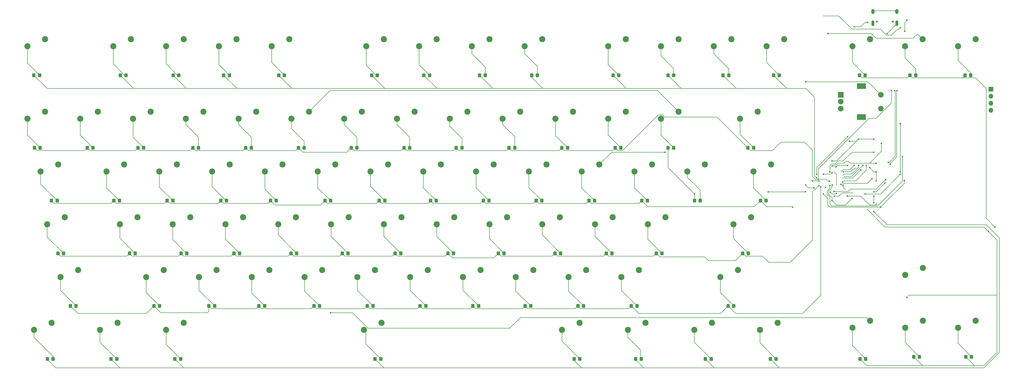
<source format=gbr>
%TF.GenerationSoftware,KiCad,Pcbnew,9.0.5*%
%TF.CreationDate,2026-01-06T21:45:25+05:30*%
%TF.ProjectId,Rheneium,5268656e-6569-4756-9d2e-6b696361645f,rev?*%
%TF.SameCoordinates,Original*%
%TF.FileFunction,Copper,L2,Bot*%
%TF.FilePolarity,Positive*%
%FSLAX46Y46*%
G04 Gerber Fmt 4.6, Leading zero omitted, Abs format (unit mm)*
G04 Created by KiCad (PCBNEW 9.0.5) date 2026-01-06 21:45:25*
%MOMM*%
%LPD*%
G01*
G04 APERTURE LIST*
G04 Aperture macros list*
%AMRoundRect*
0 Rectangle with rounded corners*
0 $1 Rounding radius*
0 $2 $3 $4 $5 $6 $7 $8 $9 X,Y pos of 4 corners*
0 Add a 4 corners polygon primitive as box body*
4,1,4,$2,$3,$4,$5,$6,$7,$8,$9,$2,$3,0*
0 Add four circle primitives for the rounded corners*
1,1,$1+$1,$2,$3*
1,1,$1+$1,$4,$5*
1,1,$1+$1,$6,$7*
1,1,$1+$1,$8,$9*
0 Add four rect primitives between the rounded corners*
20,1,$1+$1,$2,$3,$4,$5,0*
20,1,$1+$1,$4,$5,$6,$7,0*
20,1,$1+$1,$6,$7,$8,$9,0*
20,1,$1+$1,$8,$9,$2,$3,0*%
G04 Aperture macros list end*
%TA.AperFunction,ComponentPad*%
%ADD10C,2.200000*%
%TD*%
%TA.AperFunction,ComponentPad*%
%ADD11R,1.700000X1.700000*%
%TD*%
%TA.AperFunction,ComponentPad*%
%ADD12O,1.700000X1.700000*%
%TD*%
%TA.AperFunction,ComponentPad*%
%ADD13R,2.000000X2.000000*%
%TD*%
%TA.AperFunction,ComponentPad*%
%ADD14C,2.000000*%
%TD*%
%TA.AperFunction,ComponentPad*%
%ADD15R,3.200000X2.000000*%
%TD*%
%TA.AperFunction,ComponentPad*%
%ADD16C,0.700000*%
%TD*%
%TA.AperFunction,ComponentPad*%
%ADD17O,1.100000X2.000000*%
%TD*%
%TA.AperFunction,ComponentPad*%
%ADD18O,1.200000X1.800000*%
%TD*%
%TA.AperFunction,SMDPad,CuDef*%
%ADD19RoundRect,0.250000X-0.325000X-0.450000X0.325000X-0.450000X0.325000X0.450000X-0.325000X0.450000X0*%
%TD*%
%TA.AperFunction,ViaPad*%
%ADD20C,0.600000*%
%TD*%
%TA.AperFunction,ViaPad*%
%ADD21C,0.300000*%
%TD*%
%TA.AperFunction,Conductor*%
%ADD22C,0.200000*%
%TD*%
G04 APERTURE END LIST*
D10*
%TO.P,SW35,1,1*%
%TO.N,COL_9*%
X189865000Y-98901250D03*
%TO.P,SW35,2,2*%
%TO.N,Net-(D35-A)*%
X183515000Y-101441250D03*
%TD*%
%TO.P,SW14,1,1*%
%TO.N,COL_1*%
X27940000Y-79851250D03*
%TO.P,SW14,2,2*%
%TO.N,Net-(D14-A)*%
X21590000Y-82391250D03*
%TD*%
%TO.P,SW43,1,1*%
%TO.N,COL_4*%
X99377500Y-117951250D03*
%TO.P,SW43,2,2*%
%TO.N,Net-(D43-A)*%
X93027500Y-120491250D03*
%TD*%
%TO.P,SW60,1,1*%
%TO.N,COL_8*%
X185102500Y-137001250D03*
%TO.P,SW60,2,2*%
%TO.N,Net-(D60-A)*%
X178752500Y-139541250D03*
%TD*%
%TO.P,SW53,1,1*%
%TO.N,COL_1*%
X39846250Y-137001250D03*
%TO.P,SW53,2,2*%
%TO.N,Net-(D53-A)*%
X33496250Y-139541250D03*
%TD*%
%TO.P,SW80,1,1*%
%TO.N,COL_2*%
X54133750Y-156051250D03*
%TO.P,SW80,2,2*%
%TO.N,Net-(D80-A)*%
X47783750Y-158591250D03*
%TD*%
%TO.P,SW52,1,1*%
%TO.N,COL_13*%
X282733750Y-117951250D03*
%TO.P,SW52,2,2*%
%TO.N,Net-(D52-A)*%
X276383750Y-120491250D03*
%TD*%
%TO.P,SW68,1,1*%
%TO.N,COL_3*%
X344637500Y-53666250D03*
%TO.P,SW68,2,2*%
%TO.N,Net-(D68-A)*%
X338287500Y-56206250D03*
%TD*%
%TO.P,SW67,1,1*%
%TO.N,COL_3*%
X77946250Y-156051250D03*
%TO.P,SW67,2,2*%
%TO.N,Net-(D67-A)*%
X71596250Y-158591250D03*
%TD*%
%TO.P,SW48,1,1*%
%TO.N,COL_9*%
X194627500Y-117951250D03*
%TO.P,SW48,2,2*%
%TO.N,Net-(D48-A)*%
X188277500Y-120491250D03*
%TD*%
%TO.P,SW7,1,1*%
%TO.N,COL_7*%
X169227500Y-53657500D03*
%TO.P,SW7,2,2*%
%TO.N,Net-(D7-A)*%
X162877500Y-56197500D03*
%TD*%
%TO.P,SW63,1,1*%
%TO.N,COL_11*%
X242252500Y-137001250D03*
%TO.P,SW63,2,2*%
%TO.N,Net-(D63-A)*%
X235902500Y-139541250D03*
%TD*%
%TO.P,SW27,1,1*%
%TO.N,COL_1*%
X32702500Y-98901250D03*
%TO.P,SW27,2,2*%
%TO.N,Net-(D27-A)*%
X26352500Y-101441250D03*
%TD*%
%TO.P,SW39,1,1*%
%TO.N,COL_13*%
X289877500Y-98901250D03*
%TO.P,SW39,2,2*%
%TO.N,Net-(D39-A)*%
X283527500Y-101441250D03*
%TD*%
%TO.P,SW29,1,1*%
%TO.N,COL_3*%
X75565000Y-98901250D03*
%TO.P,SW29,2,2*%
%TO.N,Net-(D29-A)*%
X69215000Y-101441250D03*
%TD*%
%TO.P,SW56,1,1*%
%TO.N,COL_4*%
X108902500Y-137001250D03*
%TO.P,SW56,2,2*%
%TO.N,Net-(D56-A)*%
X102552500Y-139541250D03*
%TD*%
%TO.P,SW25,1,1*%
%TO.N,COL_12*%
X237490000Y-79851250D03*
%TO.P,SW25,2,2*%
%TO.N,Net-(D25-A)*%
X231140000Y-82391250D03*
%TD*%
%TO.P,SW32,1,1*%
%TO.N,COL_6*%
X132715000Y-98901250D03*
%TO.P,SW32,2,2*%
%TO.N,Net-(D32-A)*%
X126365000Y-101441250D03*
%TD*%
%TO.P,SW37,1,1*%
%TO.N,COL_11*%
X227965000Y-98901250D03*
%TO.P,SW37,2,2*%
%TO.N,Net-(D37-A)*%
X221615000Y-101441250D03*
%TD*%
%TO.P,SW12,1,1*%
%TO.N,COL_12*%
X275590000Y-53657500D03*
%TO.P,SW12,2,2*%
%TO.N,Net-(D12-A)*%
X269240000Y-56197500D03*
%TD*%
%TO.P,SW50,1,1*%
%TO.N,COL_11*%
X232727500Y-117951250D03*
%TO.P,SW50,2,2*%
%TO.N,Net-(D50-A)*%
X226377500Y-120491250D03*
%TD*%
%TO.P,SW77,1,1*%
%TO.N,COL_10*%
X244633750Y-156051250D03*
%TO.P,SW77,2,2*%
%TO.N,Net-(D77-A)*%
X238283750Y-158591250D03*
%TD*%
%TO.P,SW19,1,1*%
%TO.N,COL_6*%
X123190000Y-79851250D03*
%TO.P,SW19,2,2*%
%TO.N,Net-(D19-A)*%
X116840000Y-82391250D03*
%TD*%
%TO.P,SW30,1,1*%
%TO.N,COL_4*%
X94615000Y-98901250D03*
%TO.P,SW30,2,2*%
%TO.N,Net-(D30-A)*%
X88265000Y-101441250D03*
%TD*%
%TO.P,SW69,1,1*%
%TO.N,COL_4*%
X363696250Y-53657500D03*
%TO.P,SW69,2,2*%
%TO.N,Net-(D69-A)*%
X357346250Y-56197500D03*
%TD*%
%TO.P,SW82,1,1*%
%TO.N,COL_11*%
X268591844Y-156051250D03*
%TO.P,SW82,2,2*%
%TO.N,Net-(D82-A)*%
X262241844Y-158591250D03*
%TD*%
%TO.P,SW70,1,1*%
%TO.N,COL_5*%
X325596250Y-155257500D03*
%TO.P,SW70,2,2*%
%TO.N,Net-(D70-A)*%
X319246250Y-157797500D03*
%TD*%
%TO.P,SW20,1,1*%
%TO.N,COL_7*%
X142240000Y-79851250D03*
%TO.P,SW20,2,2*%
%TO.N,Net-(D20-A)*%
X135890000Y-82391250D03*
%TD*%
%TO.P,SW41,1,1*%
%TO.N,COL_2*%
X61277500Y-117951250D03*
%TO.P,SW41,2,2*%
%TO.N,Net-(D41-A)*%
X54927500Y-120491250D03*
%TD*%
%TO.P,SW45,1,1*%
%TO.N,COL_6*%
X137477500Y-117951250D03*
%TO.P,SW45,2,2*%
%TO.N,Net-(D45-A)*%
X131127500Y-120491250D03*
%TD*%
%TO.P,SW44,1,1*%
%TO.N,COL_5*%
X118427500Y-117951250D03*
%TO.P,SW44,2,2*%
%TO.N,Net-(D44-A)*%
X112077500Y-120491250D03*
%TD*%
%TO.P,SW2,1,1*%
%TO.N,COL_2*%
X58896250Y-53657500D03*
%TO.P,SW2,2,2*%
%TO.N,Net-(D2-A)*%
X52546250Y-56197500D03*
%TD*%
%TO.P,SW76,1,1*%
%TO.N,COL_11*%
X266065000Y-98901250D03*
%TO.P,SW76,2,2*%
%TO.N,Net-(D76-A)*%
X259715000Y-101441250D03*
%TD*%
%TO.P,SW9,1,1*%
%TO.N,COL_9*%
X207327500Y-53657500D03*
%TO.P,SW9,2,2*%
%TO.N,Net-(D9-A)*%
X200977500Y-56197500D03*
%TD*%
%TO.P,SW81,1,1*%
%TO.N,COL_6*%
X149383750Y-156051250D03*
%TO.P,SW81,2,2*%
%TO.N,Net-(D81-A)*%
X143033750Y-158591250D03*
%TD*%
%TO.P,SW1,1,1*%
%TO.N,COL_1*%
X27940000Y-53657500D03*
%TO.P,SW1,2,2*%
%TO.N,Net-(D1-A)*%
X21590000Y-56197500D03*
%TD*%
D11*
%TO.P,J1,1,Pin_1*%
%TO.N,GND*%
X369246250Y-71711250D03*
D12*
%TO.P,J1,2,Pin_2*%
%TO.N,3V3*%
X369246250Y-74251250D03*
%TO.P,J1,3,Pin_3*%
%TO.N,gp2*%
X369246250Y-76791250D03*
%TO.P,J1,4,Pin_4*%
%TO.N,gp3*%
X369246250Y-79331250D03*
%TD*%
D10*
%TO.P,SW49,1,1*%
%TO.N,COL_10*%
X213677500Y-117951250D03*
%TO.P,SW49,2,2*%
%TO.N,Net-(D49-A)*%
X207327500Y-120491250D03*
%TD*%
%TO.P,SW17,1,1*%
%TO.N,COL_4*%
X85090000Y-79851250D03*
%TO.P,SW17,2,2*%
%TO.N,Net-(D17-A)*%
X78740000Y-82391250D03*
%TD*%
%TO.P,SW57,1,1*%
%TO.N,COL_5*%
X127952500Y-137001250D03*
%TO.P,SW57,2,2*%
%TO.N,Net-(D57-A)*%
X121602500Y-139541250D03*
%TD*%
%TO.P,SW13,1,1*%
%TO.N,COL_13*%
X294640000Y-53657500D03*
%TO.P,SW13,2,2*%
%TO.N,Net-(D13-A)*%
X288290000Y-56197500D03*
%TD*%
%TO.P,SW65,1,1*%
%TO.N,COL_13*%
X277971250Y-137001250D03*
%TO.P,SW65,2,2*%
%TO.N,Net-(D65-A)*%
X271621250Y-139541250D03*
%TD*%
%TO.P,SW21,1,1*%
%TO.N,COL_8*%
X161290000Y-79851250D03*
%TO.P,SW21,2,2*%
%TO.N,Net-(D21-A)*%
X154940000Y-82391250D03*
%TD*%
%TO.P,SW24,1,1*%
%TO.N,COL_11*%
X218440000Y-79851250D03*
%TO.P,SW24,2,2*%
%TO.N,Net-(D24-A)*%
X212090000Y-82391250D03*
%TD*%
%TO.P,SW5,1,1*%
%TO.N,COL_5*%
X116046250Y-53657500D03*
%TO.P,SW5,2,2*%
%TO.N,Net-(D5-A)*%
X109696250Y-56197500D03*
%TD*%
%TO.P,SW55,1,1*%
%TO.N,COL_3*%
X89852500Y-137001250D03*
%TO.P,SW55,2,2*%
%TO.N,Net-(D55-A)*%
X83502500Y-139541250D03*
%TD*%
%TO.P,SW75,1,1*%
%TO.N,COL_10*%
X344646250Y-155257500D03*
%TO.P,SW75,2,2*%
%TO.N,Net-(D75-A)*%
X338296250Y-157797500D03*
%TD*%
%TO.P,SW46,1,1*%
%TO.N,COL_7*%
X156527500Y-117951250D03*
%TO.P,SW46,2,2*%
%TO.N,Net-(D46-A)*%
X150177500Y-120491250D03*
%TD*%
%TO.P,SW51,1,1*%
%TO.N,COL_12*%
X251777500Y-117951250D03*
%TO.P,SW51,2,2*%
%TO.N,Net-(D51-A)*%
X245427500Y-120491250D03*
%TD*%
%TO.P,SW18,1,1*%
%TO.N,COL_5*%
X104140000Y-79851250D03*
%TO.P,SW18,2,2*%
%TO.N,Net-(D18-A)*%
X97790000Y-82391250D03*
%TD*%
%TO.P,SW64,1,1*%
%TO.N,COL_9*%
X220821250Y-156051250D03*
%TO.P,SW64,2,2*%
%TO.N,Net-(D64-A)*%
X214471250Y-158591250D03*
%TD*%
%TO.P,SW42,1,1*%
%TO.N,COL_3*%
X80327500Y-117951250D03*
%TO.P,SW42,2,2*%
%TO.N,Net-(D42-A)*%
X73977500Y-120491250D03*
%TD*%
%TO.P,SW40,1,1*%
%TO.N,COL_1*%
X35083750Y-117951250D03*
%TO.P,SW40,2,2*%
%TO.N,Net-(D40-A)*%
X28733750Y-120491250D03*
%TD*%
%TO.P,SW58,1,1*%
%TO.N,COL_6*%
X147002500Y-137001250D03*
%TO.P,SW58,2,2*%
%TO.N,Net-(D58-A)*%
X140652500Y-139541250D03*
%TD*%
D13*
%TO.P,SW84,A,A*%
%TO.N,RS_2*%
X315012500Y-73700000D03*
D14*
%TO.P,SW84,B,B*%
%TO.N,RS_1*%
X315012500Y-78700000D03*
%TO.P,SW84,C,C*%
%TO.N,GND*%
X315012500Y-76200000D03*
D15*
%TO.P,SW84,MP*%
%TO.N,N/C*%
X322512500Y-70600000D03*
X322512500Y-81800000D03*
D14*
%TO.P,SW84,S1,S1*%
%TO.N,Net-(D84-A)*%
X329512500Y-78700000D03*
%TO.P,SW84,S2,S2*%
%TO.N,COL_13*%
X329512500Y-73700000D03*
%TD*%
D10*
%TO.P,SW28,1,1*%
%TO.N,COL_2*%
X56515000Y-98901250D03*
%TO.P,SW28,2,2*%
%TO.N,Net-(D28-A)*%
X50165000Y-101441250D03*
%TD*%
%TO.P,SW62,1,1*%
%TO.N,COL_10*%
X223202500Y-137001250D03*
%TO.P,SW62,2,2*%
%TO.N,Net-(D62-A)*%
X216852500Y-139541250D03*
%TD*%
%TO.P,SW15,1,1*%
%TO.N,COL_2*%
X46990000Y-79851250D03*
%TO.P,SW15,2,2*%
%TO.N,Net-(D15-A)*%
X40640000Y-82391250D03*
%TD*%
%TO.P,SW61,1,1*%
%TO.N,COL_9*%
X204152500Y-137001250D03*
%TO.P,SW61,2,2*%
%TO.N,Net-(D61-A)*%
X197802500Y-139541250D03*
%TD*%
%TO.P,SW78,1,1*%
%TO.N,COL_13*%
X344646250Y-136207500D03*
%TO.P,SW78,2,2*%
%TO.N,Net-(D78-A)*%
X338296250Y-138747500D03*
%TD*%
%TO.P,SW22,1,1*%
%TO.N,COL_9*%
X180340000Y-79851250D03*
%TO.P,SW22,2,2*%
%TO.N,Net-(D22-A)*%
X173990000Y-82391250D03*
%TD*%
%TO.P,SW47,1,1*%
%TO.N,COL_8*%
X175577500Y-117951250D03*
%TO.P,SW47,2,2*%
%TO.N,Net-(D47-A)*%
X169227500Y-120491250D03*
%TD*%
%TO.P,SW6,1,1*%
%TO.N,COL_6*%
X150177500Y-53657500D03*
%TO.P,SW6,2,2*%
%TO.N,Net-(D6-A)*%
X143827500Y-56197500D03*
%TD*%
%TO.P,SW10,1,1*%
%TO.N,COL_10*%
X237490000Y-53657500D03*
%TO.P,SW10,2,2*%
%TO.N,Net-(D10-A)*%
X231140000Y-56197500D03*
%TD*%
%TO.P,SW16,1,1*%
%TO.N,COL_3*%
X66040000Y-79851250D03*
%TO.P,SW16,2,2*%
%TO.N,Net-(D16-A)*%
X59690000Y-82391250D03*
%TD*%
%TO.P,SW4,1,1*%
%TO.N,COL_4*%
X96996250Y-53657500D03*
%TO.P,SW4,2,2*%
%TO.N,Net-(D4-A)*%
X90646250Y-56197500D03*
%TD*%
%TO.P,SW83,1,1*%
%TO.N,COL_12*%
X292258750Y-156051250D03*
%TO.P,SW83,2,2*%
%TO.N,Net-(D83-A)*%
X285908750Y-158591250D03*
%TD*%
%TO.P,SW74,1,1*%
%TO.N,COL_9*%
X363696250Y-155257500D03*
%TO.P,SW74,2,2*%
%TO.N,Net-(D74-A)*%
X357346250Y-157797500D03*
%TD*%
%TO.P,SW79,1,1*%
%TO.N,COL_1*%
X30321250Y-156051250D03*
%TO.P,SW79,2,2*%
%TO.N,Net-(D79-A)*%
X23971250Y-158591250D03*
%TD*%
%TO.P,SW66,1,1*%
%TO.N,COL_1*%
X325596250Y-53657500D03*
%TO.P,SW66,2,2*%
%TO.N,Net-(D66-A)*%
X319246250Y-56197500D03*
%TD*%
%TO.P,SW34,1,1*%
%TO.N,COL_8*%
X170815000Y-98901250D03*
%TO.P,SW34,2,2*%
%TO.N,Net-(D34-A)*%
X164465000Y-101441250D03*
%TD*%
%TO.P,SW3,1,1*%
%TO.N,COL_3*%
X77946250Y-53657500D03*
%TO.P,SW3,2,2*%
%TO.N,Net-(D3-A)*%
X71596250Y-56197500D03*
%TD*%
%TO.P,SW33,1,1*%
%TO.N,COL_7*%
X151765000Y-98901250D03*
%TO.P,SW33,2,2*%
%TO.N,Net-(D33-A)*%
X145415000Y-101441250D03*
%TD*%
%TO.P,SW11,1,1*%
%TO.N,COL_11*%
X256540000Y-53657500D03*
%TO.P,SW11,2,2*%
%TO.N,Net-(D11-A)*%
X250190000Y-56197500D03*
%TD*%
%TO.P,SW71,1,1*%
%TO.N,COL_6*%
X256540000Y-79851250D03*
%TO.P,SW71,2,2*%
%TO.N,Net-(D71-A)*%
X250190000Y-82391250D03*
%TD*%
%TO.P,SW38,1,1*%
%TO.N,COL_12*%
X247015000Y-98901250D03*
%TO.P,SW38,2,2*%
%TO.N,Net-(D38-A)*%
X240665000Y-101441250D03*
%TD*%
%TO.P,SW23,1,1*%
%TO.N,COL_10*%
X199390000Y-79851250D03*
%TO.P,SW23,2,2*%
%TO.N,Net-(D23-A)*%
X193040000Y-82391250D03*
%TD*%
%TO.P,SW54,1,1*%
%TO.N,COL_2*%
X70802500Y-137001250D03*
%TO.P,SW54,2,2*%
%TO.N,Net-(D54-A)*%
X64452500Y-139541250D03*
%TD*%
%TO.P,SW8,1,1*%
%TO.N,COL_8*%
X188277500Y-53657500D03*
%TO.P,SW8,2,2*%
%TO.N,Net-(D8-A)*%
X181927500Y-56197500D03*
%TD*%
%TO.P,SW26,1,1*%
%TO.N,COL_13*%
X285115000Y-79851250D03*
%TO.P,SW26,2,2*%
%TO.N,Net-(D26-A)*%
X278765000Y-82391250D03*
%TD*%
%TO.P,SW31,1,1*%
%TO.N,COL_5*%
X113665000Y-98901250D03*
%TO.P,SW31,2,2*%
%TO.N,Net-(D31-A)*%
X107315000Y-101441250D03*
%TD*%
%TO.P,SW36,1,1*%
%TO.N,COL_10*%
X208915000Y-98901250D03*
%TO.P,SW36,2,2*%
%TO.N,Net-(D36-A)*%
X202565000Y-101441250D03*
%TD*%
%TO.P,SW59,1,1*%
%TO.N,COL_7*%
X166052500Y-137001250D03*
%TO.P,SW59,2,2*%
%TO.N,Net-(D59-A)*%
X159702500Y-139541250D03*
%TD*%
D16*
%TO.P,USB1,*%
%TO.N,*%
X333883750Y-47337500D03*
X328103750Y-47337500D03*
D17*
%TO.P,USB1,13,SHELL*%
%TO.N,GND*%
X335313750Y-47867500D03*
D18*
X335313750Y-43657500D03*
D17*
%TO.P,USB1,14,SHELL*%
X326673750Y-47867500D03*
D18*
X326673750Y-43657500D03*
%TD*%
D19*
%TO.P,D65,1,K*%
%TO.N,ROW5*%
X274406250Y-149955250D03*
%TO.P,D65,2,A*%
%TO.N,Net-(D65-A)*%
X276456250Y-149955250D03*
%TD*%
%TO.P,D71,1,K*%
%TO.N,ROW_6*%
X252743750Y-92868750D03*
%TO.P,D71,2,A*%
%TO.N,Net-(D71-A)*%
X254793750Y-92868750D03*
%TD*%
%TO.P,D57,1,K*%
%TO.N,ROW5*%
X124950000Y-149955250D03*
%TO.P,D57,2,A*%
%TO.N,Net-(D57-A)*%
X127000000Y-149955250D03*
%TD*%
%TO.P,D28,1,K*%
%TO.N,ROW_3*%
X52718750Y-111918750D03*
%TO.P,D28,2,A*%
%TO.N,Net-(D28-A)*%
X54768750Y-111918750D03*
%TD*%
%TO.P,D41,1,K*%
%TO.N,ROW_4*%
X58426786Y-130968750D03*
%TO.P,D41,2,A*%
%TO.N,Net-(D41-A)*%
X60476786Y-130968750D03*
%TD*%
%TO.P,D11,1,K*%
%TO.N,ROW_1*%
X252743750Y-66675000D03*
%TO.P,D11,2,A*%
%TO.N,Net-(D11-A)*%
X254793750Y-66675000D03*
%TD*%
%TO.P,D40,1,K*%
%TO.N,ROW_4*%
X32564286Y-130968750D03*
%TO.P,D40,2,A*%
%TO.N,Net-(D40-A)*%
X34614286Y-130968750D03*
%TD*%
%TO.P,D67,1,K*%
%TO.N,ROW_7*%
X74798156Y-169068750D03*
%TO.P,D67,2,A*%
%TO.N,Net-(D67-A)*%
X76848156Y-169068750D03*
%TD*%
%TO.P,D17,1,K*%
%TO.N,ROW_2*%
X81293750Y-92868750D03*
%TO.P,D17,2,A*%
%TO.N,Net-(D17-A)*%
X83343750Y-92868750D03*
%TD*%
%TO.P,D7,1,K*%
%TO.N,ROW_1*%
X164637500Y-66675000D03*
%TO.P,D7,2,A*%
%TO.N,Net-(D7-A)*%
X166687500Y-66675000D03*
%TD*%
%TO.P,D43,1,K*%
%TO.N,ROW_4*%
X96064286Y-130968750D03*
%TO.P,D43,2,A*%
%TO.N,Net-(D43-A)*%
X98114286Y-130968750D03*
%TD*%
%TO.P,D69,1,K*%
%TO.N,ROW_6*%
X359900000Y-66675000D03*
%TO.P,D69,2,A*%
%TO.N,Net-(D69-A)*%
X361950000Y-66675000D03*
%TD*%
%TO.P,D79,1,K*%
%TO.N,ROW_7*%
X28760656Y-169068750D03*
%TO.P,D79,2,A*%
%TO.N,Net-(D79-A)*%
X30810656Y-169068750D03*
%TD*%
%TO.P,D83,1,K*%
%TO.N,ROW_7*%
X289673156Y-169068750D03*
%TO.P,D83,2,A*%
%TO.N,Net-(D83-A)*%
X291723156Y-169068750D03*
%TD*%
%TO.P,D27,1,K*%
%TO.N,ROW_3*%
X30262500Y-111918750D03*
%TO.P,D27,2,A*%
%TO.N,Net-(D27-A)*%
X32312500Y-111918750D03*
%TD*%
%TO.P,D15,1,K*%
%TO.N,ROW_2*%
X43193750Y-92868750D03*
%TO.P,D15,2,A*%
%TO.N,Net-(D15-A)*%
X45243750Y-92868750D03*
%TD*%
%TO.P,D80,1,K*%
%TO.N,ROW_7*%
X51779406Y-169068750D03*
%TO.P,D80,2,A*%
%TO.N,Net-(D80-A)*%
X53829406Y-169068750D03*
%TD*%
%TO.P,D66,1,K*%
%TO.N,ROW_6*%
X321800000Y-66675000D03*
%TO.P,D66,2,A*%
%TO.N,Net-(D66-A)*%
X323850000Y-66675000D03*
%TD*%
%TO.P,D53,1,K*%
%TO.N,ROW5*%
X37075000Y-149955250D03*
%TO.P,D53,2,A*%
%TO.N,Net-(D53-A)*%
X39125000Y-149955250D03*
%TD*%
%TO.P,D20,1,K*%
%TO.N,ROW_2*%
X138443750Y-92868750D03*
%TO.P,D20,2,A*%
%TO.N,Net-(D20-A)*%
X140493750Y-92868750D03*
%TD*%
%TO.P,D45,1,K*%
%TO.N,ROW_4*%
X135189286Y-130968750D03*
%TO.P,D45,2,A*%
%TO.N,Net-(D45-A)*%
X137239286Y-130968750D03*
%TD*%
%TO.P,D60,1,K*%
%TO.N,ROW5*%
X182331250Y-149955250D03*
%TO.P,D60,2,A*%
%TO.N,Net-(D60-A)*%
X184381250Y-149955250D03*
%TD*%
%TO.P,D42,1,K*%
%TO.N,ROW_4*%
X77014286Y-130968750D03*
%TO.P,D42,2,A*%
%TO.N,Net-(D42-A)*%
X79064286Y-130968750D03*
%TD*%
%TO.P,D38,1,K*%
%TO.N,ROW_3*%
X243218750Y-111918750D03*
%TO.P,D38,2,A*%
%TO.N,Net-(D38-A)*%
X245268750Y-111918750D03*
%TD*%
%TO.P,D49,1,K*%
%TO.N,ROW_4*%
X211951786Y-130968750D03*
%TO.P,D49,2,A*%
%TO.N,Net-(D49-A)*%
X214001786Y-130968750D03*
%TD*%
%TO.P,D2,1,K*%
%TO.N,ROW_1*%
X55100000Y-66675000D03*
%TO.P,D2,2,A*%
%TO.N,Net-(D2-A)*%
X57150000Y-66675000D03*
%TD*%
%TO.P,D59,1,K*%
%TO.N,ROW5*%
X163281250Y-149955250D03*
%TO.P,D59,2,A*%
%TO.N,Net-(D59-A)*%
X165331250Y-149955250D03*
%TD*%
%TO.P,D74,1,K*%
%TO.N,ROW_6*%
X360176250Y-168275000D03*
%TO.P,D74,2,A*%
%TO.N,Net-(D74-A)*%
X362226250Y-168275000D03*
%TD*%
%TO.P,D9,1,K*%
%TO.N,ROW_1*%
X203531250Y-66675000D03*
%TO.P,D9,2,A*%
%TO.N,Net-(D9-A)*%
X205581250Y-66675000D03*
%TD*%
%TO.P,D82,1,K*%
%TO.N,ROW_7*%
X266237500Y-169068750D03*
%TO.P,D82,2,A*%
%TO.N,Net-(D82-A)*%
X268287500Y-169068750D03*
%TD*%
%TO.P,D50,1,K*%
%TO.N,ROW_4*%
X230439286Y-130968750D03*
%TO.P,D50,2,A*%
%TO.N,Net-(D50-A)*%
X232489286Y-130968750D03*
%TD*%
%TO.P,D47,1,K*%
%TO.N,ROW_4*%
X173289286Y-130968750D03*
%TO.P,D47,2,A*%
%TO.N,Net-(D47-A)*%
X175339286Y-130968750D03*
%TD*%
%TO.P,D30,1,K*%
%TO.N,ROW_3*%
X91381250Y-111918750D03*
%TO.P,D30,2,A*%
%TO.N,Net-(D30-A)*%
X93431250Y-111918750D03*
%TD*%
%TO.P,D33,1,K*%
%TO.N,ROW_3*%
X148531250Y-111918750D03*
%TO.P,D33,2,A*%
%TO.N,Net-(D33-A)*%
X150581250Y-111918750D03*
%TD*%
%TO.P,D25,1,K*%
%TO.N,ROW_2*%
X233693750Y-92868750D03*
%TO.P,D25,2,A*%
%TO.N,Net-(D25-A)*%
X235743750Y-92868750D03*
%TD*%
%TO.P,D16,1,K*%
%TO.N,ROW_2*%
X61450000Y-92868750D03*
%TO.P,D16,2,A*%
%TO.N,Net-(D16-A)*%
X63500000Y-92868750D03*
%TD*%
%TO.P,D76,1,K*%
%TO.N,ROW_6*%
X262268750Y-111918750D03*
%TO.P,D76,2,A*%
%TO.N,Net-(D76-A)*%
X264318750Y-111918750D03*
%TD*%
%TO.P,D55,1,K*%
%TO.N,ROW5*%
X87081250Y-149955250D03*
%TO.P,D55,2,A*%
%TO.N,Net-(D55-A)*%
X89131250Y-149955250D03*
%TD*%
%TO.P,D23,1,K*%
%TO.N,ROW_2*%
X195362500Y-92868750D03*
%TO.P,D23,2,A*%
%TO.N,Net-(D23-A)*%
X197412500Y-92868750D03*
%TD*%
%TO.P,D32,1,K*%
%TO.N,ROW_3*%
X128918750Y-111918750D03*
%TO.P,D32,2,A*%
%TO.N,Net-(D32-A)*%
X130968750Y-111918750D03*
%TD*%
%TO.P,D26,1,K*%
%TO.N,ROW_2*%
X281550000Y-92868750D03*
%TO.P,D26,2,A*%
%TO.N,Net-(D26-A)*%
X283600000Y-92868750D03*
%TD*%
%TO.P,D3,1,K*%
%TO.N,ROW_1*%
X74150000Y-66675000D03*
%TO.P,D3,2,A*%
%TO.N,Net-(D3-A)*%
X76200000Y-66675000D03*
%TD*%
%TO.P,D81,1,K*%
%TO.N,ROW_7*%
X147029406Y-169068750D03*
%TO.P,D81,2,A*%
%TO.N,Net-(D81-A)*%
X149079406Y-169068750D03*
%TD*%
%TO.P,D58,1,K*%
%TO.N,ROW5*%
X144231250Y-149955250D03*
%TO.P,D58,2,A*%
%TO.N,Net-(D58-A)*%
X146281250Y-149955250D03*
%TD*%
%TO.P,D70,1,K*%
%TO.N,ROW_6*%
X321985656Y-169068750D03*
%TO.P,D70,2,A*%
%TO.N,Net-(D70-A)*%
X324035656Y-169068750D03*
%TD*%
%TO.P,D75,1,K*%
%TO.N,ROW_6*%
X341357500Y-168275000D03*
%TO.P,D75,2,A*%
%TO.N,Net-(D75-A)*%
X343407500Y-168275000D03*
%TD*%
%TO.P,D35,1,K*%
%TO.N,ROW_3*%
X186068750Y-111918750D03*
%TO.P,D35,2,A*%
%TO.N,Net-(D35-A)*%
X188118750Y-111918750D03*
%TD*%
%TO.P,D10,1,K*%
%TO.N,ROW_1*%
X232900000Y-66675000D03*
%TO.P,D10,2,A*%
%TO.N,Net-(D10-A)*%
X234950000Y-66675000D03*
%TD*%
%TO.P,D12,1,K*%
%TO.N,ROW_1*%
X272587500Y-66675000D03*
%TO.P,D12,2,A*%
%TO.N,Net-(D12-A)*%
X274637500Y-66675000D03*
%TD*%
%TO.P,D31,1,K*%
%TO.N,ROW_3*%
X109306250Y-111918750D03*
%TO.P,D31,2,A*%
%TO.N,Net-(D31-A)*%
X111356250Y-111918750D03*
%TD*%
%TO.P,D48,1,K*%
%TO.N,ROW_4*%
X191545536Y-130968750D03*
%TO.P,D48,2,A*%
%TO.N,Net-(D48-A)*%
X193595536Y-130968750D03*
%TD*%
%TO.P,D14,1,K*%
%TO.N,ROW_2*%
X24143750Y-92868750D03*
%TO.P,D14,2,A*%
%TO.N,Net-(D14-A)*%
X26193750Y-92868750D03*
%TD*%
%TO.P,D5,1,K*%
%TO.N,ROW_1*%
X112250000Y-66675000D03*
%TO.P,D5,2,A*%
%TO.N,Net-(D5-A)*%
X114300000Y-66675000D03*
%TD*%
%TO.P,D68,1,K*%
%TO.N,ROW_6*%
X340056250Y-66675000D03*
%TO.P,D68,2,A*%
%TO.N,Net-(D68-A)*%
X342106250Y-66675000D03*
%TD*%
%TO.P,D24,1,K*%
%TO.N,ROW_2*%
X214412500Y-92868750D03*
%TO.P,D24,2,A*%
%TO.N,Net-(D24-A)*%
X216462500Y-92868750D03*
%TD*%
%TO.P,D4,1,K*%
%TO.N,ROW_1*%
X92406250Y-66675000D03*
%TO.P,D4,2,A*%
%TO.N,Net-(D4-A)*%
X94456250Y-66675000D03*
%TD*%
%TO.P,D77,1,K*%
%TO.N,ROW_7*%
X241068750Y-169068750D03*
%TO.P,D77,2,A*%
%TO.N,Net-(D77-A)*%
X243118750Y-169068750D03*
%TD*%
%TO.P,D18,1,K*%
%TO.N,ROW_2*%
X100343750Y-92868750D03*
%TO.P,D18,2,A*%
%TO.N,Net-(D18-A)*%
X102393750Y-92868750D03*
%TD*%
%TO.P,D29,1,K*%
%TO.N,ROW_3*%
X72000000Y-111918750D03*
%TO.P,D29,2,A*%
%TO.N,Net-(D29-A)*%
X74050000Y-111918750D03*
%TD*%
%TO.P,D63,1,K*%
%TO.N,ROW5*%
X239481250Y-149955250D03*
%TO.P,D63,2,A*%
%TO.N,Net-(D63-A)*%
X241531250Y-149955250D03*
%TD*%
%TO.P,D8,1,K*%
%TO.N,ROW_1*%
X184712500Y-66675000D03*
%TO.P,D8,2,A*%
%TO.N,Net-(D8-A)*%
X186762500Y-66675000D03*
%TD*%
%TO.P,D52,1,K*%
%TO.N,ROW_4*%
X279651786Y-130968750D03*
%TO.P,D52,2,A*%
%TO.N,Net-(D52-A)*%
X281701786Y-130968750D03*
%TD*%
%TO.P,D54,1,K*%
%TO.N,ROW5*%
X67237500Y-149955250D03*
%TO.P,D54,2,A*%
%TO.N,Net-(D54-A)*%
X69287500Y-149955250D03*
%TD*%
%TO.P,D39,1,K*%
%TO.N,ROW_3*%
X286081250Y-111918750D03*
%TO.P,D39,2,A*%
%TO.N,Net-(D39-A)*%
X288131250Y-111918750D03*
%TD*%
%TO.P,D44,1,K*%
%TO.N,ROW_4*%
X116701786Y-130968750D03*
%TO.P,D44,2,A*%
%TO.N,Net-(D44-A)*%
X118751786Y-130968750D03*
%TD*%
%TO.P,D61,1,K*%
%TO.N,ROW5*%
X201150000Y-149955250D03*
%TO.P,D61,2,A*%
%TO.N,Net-(D61-A)*%
X203200000Y-149955250D03*
%TD*%
%TO.P,D56,1,K*%
%TO.N,ROW5*%
X105106250Y-149955250D03*
%TO.P,D56,2,A*%
%TO.N,Net-(D56-A)*%
X107156250Y-149955250D03*
%TD*%
%TO.P,D51,1,K*%
%TO.N,ROW_4*%
X248464286Y-130968750D03*
%TO.P,D51,2,A*%
%TO.N,Net-(D51-A)*%
X250514286Y-130968750D03*
%TD*%
%TO.P,D36,1,K*%
%TO.N,ROW_3*%
X205118750Y-111918750D03*
%TO.P,D36,2,A*%
%TO.N,Net-(D36-A)*%
X207168750Y-111918750D03*
%TD*%
%TO.P,D21,1,K*%
%TO.N,ROW_2*%
X157493750Y-92868750D03*
%TO.P,D21,2,A*%
%TO.N,Net-(D21-A)*%
X159543750Y-92868750D03*
%TD*%
%TO.P,D1,1,K*%
%TO.N,ROW_1*%
X23912500Y-66675000D03*
%TO.P,D1,2,A*%
%TO.N,Net-(D1-A)*%
X25962500Y-66675000D03*
%TD*%
%TO.P,D6,1,K*%
%TO.N,ROW_1*%
X145818750Y-66675000D03*
%TO.P,D6,2,A*%
%TO.N,Net-(D6-A)*%
X147868750Y-66675000D03*
%TD*%
%TO.P,D64,1,K*%
%TO.N,ROW_7*%
X218843750Y-169068750D03*
%TO.P,D64,2,A*%
%TO.N,Net-(D64-A)*%
X220893750Y-169068750D03*
%TD*%
%TO.P,D22,1,K*%
%TO.N,ROW_2*%
X176312500Y-92868750D03*
%TO.P,D22,2,A*%
%TO.N,Net-(D22-A)*%
X178362500Y-92868750D03*
%TD*%
%TO.P,D13,1,K*%
%TO.N,ROW_1*%
X290843750Y-66675000D03*
%TO.P,D13,2,A*%
%TO.N,Net-(D13-A)*%
X292893750Y-66675000D03*
%TD*%
%TO.P,D37,1,K*%
%TO.N,ROW_3*%
X224168750Y-111918750D03*
%TO.P,D37,2,A*%
%TO.N,Net-(D37-A)*%
X226218750Y-111918750D03*
%TD*%
%TO.P,D62,1,K*%
%TO.N,ROW5*%
X220200000Y-149955250D03*
%TO.P,D62,2,A*%
%TO.N,Net-(D62-A)*%
X222250000Y-149955250D03*
%TD*%
%TO.P,D19,1,K*%
%TO.N,ROW_2*%
X119393750Y-92868750D03*
%TO.P,D19,2,A*%
%TO.N,Net-(D19-A)*%
X121443750Y-92868750D03*
%TD*%
%TO.P,D46,1,K*%
%TO.N,ROW_4*%
X154239286Y-130968750D03*
%TO.P,D46,2,A*%
%TO.N,Net-(D46-A)*%
X156289286Y-130968750D03*
%TD*%
%TO.P,D34,1,K*%
%TO.N,ROW_3*%
X167018750Y-111918750D03*
%TO.P,D34,2,A*%
%TO.N,Net-(D34-A)*%
X169068750Y-111918750D03*
%TD*%
D20*
%TO.N,ROW_6*%
X338931250Y-146843750D03*
%TO.N,23*%
X337343750Y-96043750D03*
%TO.N,ROW_1*%
X306338462Y-103693750D03*
%TO.N,ROW_3*%
X297656250Y-114300000D03*
%TO.N,COL_1*%
X323056250Y-99218750D03*
D21*
X316173455Y-103254444D03*
D20*
%TO.N,ROW_4*%
X307144756Y-106618750D03*
%TO.N,ROW_2*%
X310980250Y-104866340D03*
X333375000Y-72231250D03*
%TO.N,ROW5*%
X307869961Y-106991999D03*
%TO.N,ROW_6*%
X302391360Y-108716360D03*
X370681250Y-121443750D03*
D21*
X324605250Y-115132250D03*
D20*
X327025000Y-112712500D03*
X327025000Y-108743750D03*
X368300000Y-123031250D03*
X262268750Y-109503470D03*
X330993750Y-105568750D03*
X327025000Y-110331250D03*
X288925000Y-108743750D03*
%TO.N,COL_3*%
X319881250Y-99218750D03*
D21*
X315118750Y-101600000D03*
D20*
X310356250Y-51593750D03*
%TO.N,COL_4*%
X336550000Y-49612500D03*
D21*
X320675000Y-100012500D03*
D20*
X315990642Y-101537385D03*
D21*
X308768750Y-45243750D03*
%TO.N,COL_2*%
X315816995Y-102835590D03*
D20*
X321468750Y-99218750D03*
%TO.N,ROW_7*%
X327818750Y-113250000D03*
X317500000Y-110331250D03*
D21*
X316706250Y-107950000D03*
D20*
X315865157Y-106470483D03*
X327025000Y-115887500D03*
%TO.N,COL_11*%
X251618750Y-94456250D03*
%TO.N,COL_5*%
X130968750Y-152400000D03*
%TO.N,RS_2*%
X324307250Y-99218750D03*
X315759339Y-105219337D03*
%TO.N,RS_1*%
X322262500Y-100806250D03*
D21*
X315712500Y-103781250D03*
D20*
%TO.N,COL_13*%
X302418750Y-69056250D03*
%TO.N,3V3*%
X321468750Y-89693750D03*
X317500000Y-99218750D03*
X318293750Y-90487500D03*
X311943750Y-97631250D03*
X327025000Y-89693750D03*
X313346263Y-99719408D03*
X337977500Y-104615000D03*
X329406250Y-114300000D03*
X317500000Y-88900000D03*
X338931250Y-46831250D03*
X312753599Y-110331455D03*
D21*
X319486675Y-109142925D03*
D20*
X308752500Y-109537500D03*
X309578585Y-107156664D03*
X306387500Y-102393750D03*
X338137500Y-50800000D03*
%TO.N,GND*%
X327818750Y-104775000D03*
X319881250Y-49212500D03*
X327818750Y-101600000D03*
X305438751Y-107311249D03*
X302418750Y-106362500D03*
X312035560Y-106350381D03*
X324755000Y-47580000D03*
X331787500Y-51593750D03*
X319087500Y-111125000D03*
X311943750Y-111918750D03*
X325437500Y-100012500D03*
%TO.N,XIN*%
X311943750Y-101881248D03*
X308768750Y-102331250D03*
D21*
%TO.N,1V1*%
X312737500Y-101600000D03*
D20*
X313543765Y-109381291D03*
D21*
X313531250Y-106362500D03*
D20*
X311233750Y-108827500D03*
%TO.N,VSYS*%
X336550000Y-102450003D03*
X323850000Y-109537500D03*
%TO.N,VBUS*%
X336550000Y-84137500D03*
X336550000Y-101600000D03*
%TO.N,Net-(D88-A)*%
X307181250Y-104775000D03*
X304800000Y-104775000D03*
%TO.N,RUN*%
X327818750Y-98425000D03*
X311973021Y-99384266D03*
X329690000Y-91281250D03*
%TO.N,23*%
X311192868Y-106461621D03*
%TO.N,24*%
X327025000Y-94456250D03*
X311150000Y-101600000D03*
%TO.N,USB_DP_CLEAN*%
X315133584Y-106084211D03*
X326328643Y-104078644D03*
%TO.N,USB_DM_CLEAN*%
X331281000Y-104268500D03*
X312572126Y-108577485D03*
%TO.N,USB_D_P*%
X334537500Y-72231250D03*
X332280729Y-98124479D03*
%TO.N,USB_D_N*%
X332881771Y-98725521D03*
X335387500Y-72231250D03*
%TD*%
D22*
%TO.N,ROW_6*%
X371475000Y-146050000D02*
X339725000Y-146050000D01*
X371475000Y-146050000D02*
X371475000Y-126206250D01*
X339725000Y-146050000D02*
X338931250Y-146843750D01*
%TO.N,23*%
X337343750Y-104900489D02*
X337343750Y-96043750D01*
X328344239Y-113900000D02*
X337343750Y-104900489D01*
X311771815Y-113900000D02*
X328344239Y-113900000D01*
X311150000Y-113278185D02*
X311771815Y-113900000D01*
X311150000Y-110668871D02*
X311150000Y-113278185D01*
X310183750Y-109702621D02*
X311150000Y-110668871D01*
X310183750Y-108392575D02*
X310183750Y-109702621D01*
X311150000Y-106504489D02*
X311150000Y-107426325D01*
X311150000Y-107426325D02*
X310183750Y-108392575D01*
X311192868Y-106461621D02*
X311150000Y-106504489D01*
%TO.N,ROW_1*%
X252743750Y-66675000D02*
X257506250Y-71437500D01*
X203531250Y-66675000D02*
X203531250Y-67468750D01*
X272587500Y-66675000D02*
X277350000Y-71437500D01*
X145818750Y-66675000D02*
X150581250Y-71437500D01*
X257506250Y-71437500D02*
X277350000Y-71437500D01*
X189475000Y-71437500D02*
X207500000Y-71437500D01*
X23912500Y-66675000D02*
X28675000Y-71437500D01*
X164637500Y-66675000D02*
X169400000Y-71437500D01*
X117012500Y-71437500D02*
X150581250Y-71437500D01*
X237662500Y-71437500D02*
X257506250Y-71437500D01*
X78912500Y-71437500D02*
X97168750Y-71437500D01*
X150581250Y-71437500D02*
X169400000Y-71437500D01*
X112250000Y-66675000D02*
X117012500Y-71437500D01*
X92406250Y-66675000D02*
X97168750Y-71437500D01*
X295606250Y-71437500D02*
X302418750Y-71437500D01*
X55100000Y-66675000D02*
X59862500Y-71437500D01*
X207500000Y-71437500D02*
X237662500Y-71437500D01*
X232900000Y-66675000D02*
X237662500Y-71437500D01*
X184712500Y-66675000D02*
X189475000Y-71437500D01*
X59862500Y-71437500D02*
X78912500Y-71437500D01*
X305593750Y-74612500D02*
X305593750Y-102949038D01*
X277350000Y-71437500D02*
X295606250Y-71437500D01*
X305593750Y-102949038D02*
X306338462Y-103693750D01*
X97168750Y-71437500D02*
X117012500Y-71437500D01*
X203531250Y-67468750D02*
X207500000Y-71437500D01*
X169400000Y-71437500D02*
X189475000Y-71437500D01*
X302418750Y-71437500D02*
X305593750Y-74612500D01*
X28675000Y-71437500D02*
X59862500Y-71437500D01*
X74150000Y-66675000D02*
X78912500Y-71437500D01*
X290843750Y-66675000D02*
X295606250Y-71437500D01*
%TO.N,ROW_3*%
X243218750Y-111918750D02*
X245455250Y-114155250D01*
X297801000Y-114155250D02*
X297656250Y-114300000D01*
X108305250Y-112919750D02*
X109306250Y-111918750D01*
X225169750Y-112919750D02*
X242217750Y-112919750D01*
X245455250Y-114155250D02*
X283844750Y-114155250D01*
X242217750Y-112919750D02*
X243218750Y-111918750D01*
X185067750Y-112919750D02*
X186068750Y-111918750D01*
X73001000Y-112919750D02*
X90380250Y-112919750D01*
X206119750Y-112919750D02*
X223167750Y-112919750D01*
X148531250Y-111918750D02*
X149532250Y-112919750D01*
X72000000Y-111918750D02*
X73001000Y-112919750D01*
X149532250Y-112919750D02*
X166017750Y-112919750D01*
X283844750Y-114155250D02*
X286081250Y-111918750D01*
X31263500Y-112919750D02*
X30262500Y-111918750D01*
X110893750Y-113506250D02*
X127331250Y-113506250D01*
X51717750Y-112919750D02*
X31263500Y-112919750D01*
X53719750Y-112919750D02*
X70999000Y-112919750D01*
X168019750Y-112919750D02*
X185067750Y-112919750D01*
X288317750Y-114155250D02*
X297801000Y-114155250D01*
X128918750Y-111918750D02*
X129919750Y-112919750D01*
X70999000Y-112919750D02*
X72000000Y-111918750D01*
X147530250Y-112919750D02*
X148531250Y-111918750D01*
X52718750Y-111918750D02*
X53719750Y-112919750D01*
X52718750Y-111918750D02*
X51717750Y-112919750D01*
X109306250Y-111918750D02*
X110893750Y-113506250D01*
X224168750Y-111918750D02*
X225169750Y-112919750D01*
X205118750Y-111918750D02*
X206119750Y-112919750D01*
X91381250Y-111918750D02*
X92382250Y-112919750D01*
X127331250Y-113506250D02*
X128918750Y-111918750D01*
X129919750Y-112919750D02*
X147530250Y-112919750D01*
X186068750Y-111918750D02*
X187069750Y-112919750D01*
X92382250Y-112919750D02*
X108305250Y-112919750D01*
X166017750Y-112919750D02*
X167018750Y-111918750D01*
X167018750Y-111918750D02*
X168019750Y-112919750D01*
X223167750Y-112919750D02*
X224168750Y-111918750D01*
X187069750Y-112919750D02*
X204117750Y-112919750D01*
X90380250Y-112919750D02*
X91381250Y-111918750D01*
X286081250Y-111918750D02*
X288317750Y-114155250D01*
X204117750Y-112919750D02*
X205118750Y-111918750D01*
%TO.N,COL_1*%
X322118750Y-100156250D02*
X321993261Y-100156250D01*
X323056250Y-99218750D02*
X322118750Y-100156250D01*
X318895067Y-103254444D02*
X316173455Y-103254444D01*
X321993261Y-100156250D02*
X318895067Y-103254444D01*
%TO.N,ROW_4*%
X306943750Y-106618750D02*
X306088751Y-107473749D01*
X189958036Y-132556250D02*
X191545536Y-130968750D01*
X59427786Y-131969750D02*
X76013286Y-131969750D01*
X306088751Y-107473749D02*
X306088751Y-107580488D01*
X304800000Y-126206250D02*
X296862500Y-134143750D01*
X286872815Y-131969750D02*
X280652786Y-131969750D01*
X191545536Y-130968750D02*
X192546536Y-131969750D01*
X305601251Y-107961249D02*
X304800000Y-108762500D01*
X249740602Y-132245066D02*
X265942750Y-132245066D01*
X135189286Y-130968750D02*
X136190286Y-131969750D01*
X96064286Y-130968750D02*
X97065286Y-131969750D01*
X58426786Y-130968750D02*
X59427786Y-131969750D01*
X247463286Y-131969750D02*
X248464286Y-130968750D01*
X155240286Y-131969750D02*
X172288286Y-131969750D01*
X153238286Y-131969750D02*
X154239286Y-130968750D01*
X306088751Y-107580488D02*
X305707990Y-107961249D01*
X307144756Y-106618750D02*
X306943750Y-106618750D01*
X77014286Y-130968750D02*
X78015286Y-131969750D01*
X57425786Y-131969750D02*
X58426786Y-130968750D01*
X231440286Y-131969750D02*
X247463286Y-131969750D01*
X289046815Y-134143750D02*
X286872815Y-131969750D01*
X211951786Y-130968750D02*
X212952786Y-131969750D01*
X174876786Y-132556250D02*
X189958036Y-132556250D01*
X116701786Y-130968750D02*
X117702786Y-131969750D01*
X115700786Y-131969750D02*
X116701786Y-130968750D01*
X192546536Y-131969750D02*
X210950786Y-131969750D01*
X136190286Y-131969750D02*
X153238286Y-131969750D01*
X78015286Y-131969750D02*
X95063286Y-131969750D01*
X230439286Y-130968750D02*
X231440286Y-131969750D01*
X97065286Y-131969750D02*
X115700786Y-131969750D01*
X95063286Y-131969750D02*
X96064286Y-130968750D01*
X265942750Y-132245066D02*
X267319934Y-133622250D01*
X304800000Y-108762500D02*
X304800000Y-126206250D01*
X172288286Y-131969750D02*
X173289286Y-130968750D01*
X117702786Y-131969750D02*
X134188286Y-131969750D01*
X229438286Y-131969750D02*
X230439286Y-130968750D01*
X33565286Y-131969750D02*
X57425786Y-131969750D01*
X76013286Y-131969750D02*
X77014286Y-130968750D01*
X134188286Y-131969750D02*
X135189286Y-130968750D01*
X280652786Y-131969750D02*
X279651786Y-130968750D01*
X305707990Y-107961249D02*
X305601251Y-107961249D01*
X210950786Y-131969750D02*
X211951786Y-130968750D01*
X296862500Y-134143750D02*
X289046815Y-134143750D01*
X32564286Y-130968750D02*
X33565286Y-131969750D01*
X173289286Y-130968750D02*
X174876786Y-132556250D01*
X248464286Y-130968750D02*
X249740602Y-132245066D01*
X212952786Y-131969750D02*
X229438286Y-131969750D01*
X154239286Y-130968750D02*
X155240286Y-131969750D01*
X267319934Y-133622250D02*
X276998286Y-133622250D01*
X276998286Y-133622250D02*
X279651786Y-130968750D01*
%TO.N,ROW_2*%
X44194750Y-93869750D02*
X60449000Y-93869750D01*
X196363500Y-93869750D02*
X195362500Y-92868750D01*
X194361500Y-93869750D02*
X177313500Y-93869750D01*
X25144750Y-93869750D02*
X42192750Y-93869750D01*
X139444750Y-93869750D02*
X138443750Y-92868750D01*
X325307122Y-82207378D02*
X306988500Y-100526000D01*
X305558360Y-103945860D02*
X305558360Y-103975967D01*
X80292750Y-93869750D02*
X81293750Y-92868750D01*
X304800000Y-103187500D02*
X305558360Y-103945860D01*
X82294750Y-93869750D02*
X99342750Y-93869750D01*
X251536314Y-81756250D02*
X250770314Y-80990250D01*
X301957750Y-90820250D02*
X304800000Y-93662500D01*
X270437500Y-81756250D02*
X251536314Y-81756250D01*
X282551000Y-93869750D02*
X290451684Y-93869750D01*
X177313500Y-93869750D02*
X176312500Y-92868750D01*
X215413500Y-93869750D02*
X214412500Y-92868750D01*
X236303910Y-93869750D02*
X234694750Y-93869750D01*
X333375000Y-72231250D02*
X333375000Y-76677392D01*
X81293750Y-92868750D02*
X82294750Y-93869750D01*
X175311500Y-93869750D02*
X158494750Y-93869750D01*
X250770314Y-80990250D02*
X249183410Y-80990250D01*
X176312500Y-92868750D02*
X175311500Y-93869750D01*
X136856250Y-94456250D02*
X138443750Y-92868750D01*
X62451000Y-93869750D02*
X80292750Y-93869750D01*
X232692750Y-93869750D02*
X215413500Y-93869750D01*
X306732307Y-104374000D02*
X306932307Y-104174000D01*
X310447590Y-104866340D02*
X309755250Y-104174000D01*
X305926143Y-104343750D02*
X305558360Y-103975967D01*
X281550000Y-92868750D02*
X270437500Y-81756250D01*
X157493750Y-92868750D02*
X156492750Y-93869750D01*
X281550000Y-92868750D02*
X282551000Y-93869750D01*
X214412500Y-92868750D02*
X213411500Y-93869750D01*
X249183410Y-80990250D02*
X236303910Y-93869750D01*
X213411500Y-93869750D02*
X196363500Y-93869750D01*
X118392750Y-93869750D02*
X119393750Y-92868750D01*
X234694750Y-93869750D02*
X233693750Y-92868750D01*
X306932307Y-104174000D02*
X309755250Y-104174000D01*
X233693750Y-92868750D02*
X232692750Y-93869750D01*
X306988500Y-103962951D02*
X306607701Y-104343750D01*
X43193750Y-92868750D02*
X44194750Y-93869750D01*
X327845014Y-82207378D02*
X325307122Y-82207378D01*
X158494750Y-93869750D02*
X157493750Y-92868750D01*
X305558360Y-103975967D02*
X305956393Y-104374000D01*
X60449000Y-93869750D02*
X61450000Y-92868750D01*
X306988500Y-100526000D02*
X306988500Y-103962951D01*
X119393750Y-92868750D02*
X120981250Y-94456250D01*
X310980250Y-104866340D02*
X310447590Y-104866340D01*
X24143750Y-92868750D02*
X25144750Y-93869750D01*
X61450000Y-92868750D02*
X62451000Y-93869750D01*
X333375000Y-76677392D02*
X327845014Y-82207378D01*
X306607701Y-104343750D02*
X305926143Y-104343750D01*
X293501184Y-90820250D02*
X301957750Y-90820250D01*
X99342750Y-93869750D02*
X100343750Y-92868750D01*
X304800000Y-93662500D02*
X304800000Y-103187500D01*
X120981250Y-94456250D02*
X136856250Y-94456250D01*
X195362500Y-92868750D02*
X194361500Y-93869750D01*
X290451684Y-93869750D02*
X293501184Y-90820250D01*
X156492750Y-93869750D02*
X139444750Y-93869750D01*
X305956393Y-104374000D02*
X306732307Y-104374000D01*
X100343750Y-92868750D02*
X101344750Y-93869750D01*
X101344750Y-93869750D02*
X118392750Y-93869750D01*
X42192750Y-93869750D02*
X43193750Y-92868750D01*
%TO.N,ROW5*%
X277123250Y-152672250D02*
X301352750Y-152672250D01*
X104105250Y-150956250D02*
X105106250Y-149955250D01*
X106107250Y-150956250D02*
X105106250Y-149955250D01*
X37075000Y-149955250D02*
X39792000Y-152672250D01*
X164282250Y-150956250D02*
X181330250Y-150956250D01*
X200149000Y-150956250D02*
X201150000Y-149955250D01*
X123949000Y-150956250D02*
X106107250Y-150956250D01*
X144231250Y-149955250D02*
X145232250Y-150956250D01*
X201150000Y-149955250D02*
X202151000Y-150956250D01*
X221201000Y-150956250D02*
X238480250Y-150956250D01*
X143230250Y-150956250D02*
X144231250Y-149955250D01*
X87081250Y-151837500D02*
X87081250Y-149955250D01*
X163281250Y-149955250D02*
X164282250Y-150956250D01*
X86518750Y-152400000D02*
X87081250Y-151837500D01*
X271689250Y-152672250D02*
X274406250Y-149955250D01*
X181330250Y-150956250D02*
X182331250Y-149955250D01*
X202151000Y-150956250D02*
X219199000Y-150956250D01*
X39792000Y-152672250D02*
X64520500Y-152672250D01*
X125951000Y-150956250D02*
X143230250Y-150956250D01*
X301352750Y-152672250D02*
X307869961Y-146155039D01*
X162280250Y-150956250D02*
X163281250Y-149955250D01*
X145232250Y-150956250D02*
X162280250Y-150956250D01*
X67237500Y-149955250D02*
X69682250Y-152400000D01*
X220200000Y-149955250D02*
X221201000Y-150956250D01*
X307869961Y-146155039D02*
X307869961Y-106991999D01*
X88082250Y-150956250D02*
X104105250Y-150956250D01*
X64520500Y-152672250D02*
X67237500Y-149955250D01*
X87081250Y-149955250D02*
X88082250Y-150956250D01*
X182331250Y-149955250D02*
X183332250Y-150956250D01*
X219199000Y-150956250D02*
X220200000Y-149955250D01*
X183332250Y-150956250D02*
X200149000Y-150956250D01*
X124950000Y-149955250D02*
X125951000Y-150956250D01*
X238480250Y-150956250D02*
X239481250Y-149955250D01*
X242198250Y-152672250D02*
X271689250Y-152672250D01*
X274406250Y-149955250D02*
X277123250Y-152672250D01*
X124950000Y-149955250D02*
X123949000Y-150956250D01*
X239481250Y-149955250D02*
X242198250Y-152672250D01*
X69682250Y-152400000D02*
X86518750Y-152400000D01*
%TO.N,ROW_6*%
X302418750Y-108743750D02*
X302391360Y-108716360D01*
X340056250Y-66675000D02*
X339055250Y-67676000D01*
X363744750Y-67676000D02*
X367506250Y-71437500D01*
X367506250Y-71437500D02*
X367506250Y-118268750D01*
X360176250Y-168275000D02*
X363351250Y-171450000D01*
X359900000Y-66675000D02*
X358899000Y-67676000D01*
X363351250Y-171450000D02*
X344532500Y-171450000D01*
X344532500Y-171450000D02*
X324366906Y-171450000D01*
X322801000Y-67676000D02*
X321800000Y-66675000D01*
X327025000Y-112712500D02*
X327025000Y-110331250D01*
X366712500Y-121443750D02*
X330993750Y-121443750D01*
X252743750Y-92868750D02*
X252743750Y-99978470D01*
X327025000Y-108743750D02*
X327818750Y-108743750D01*
X358899000Y-67676000D02*
X363744750Y-67676000D01*
X371475000Y-126206250D02*
X366712500Y-121443750D01*
X371475000Y-166687500D02*
X371475000Y-146050000D01*
X252743750Y-99978470D02*
X262268750Y-109503470D01*
X341357500Y-168275000D02*
X344532500Y-171450000D01*
X288925000Y-108743750D02*
X302418750Y-108743750D01*
X339055250Y-67676000D02*
X322801000Y-67676000D01*
X324605250Y-115132250D02*
X324682250Y-115132250D01*
X367506250Y-118268750D02*
X370681250Y-121443750D01*
X324366906Y-171450000D02*
X321985656Y-169068750D01*
X327818750Y-108743750D02*
X330993750Y-105568750D01*
X341057250Y-67676000D02*
X340056250Y-66675000D01*
X363351250Y-171450000D02*
X366712500Y-171450000D01*
X262268750Y-109503470D02*
X262268750Y-111918750D01*
X366712500Y-171450000D02*
X371475000Y-166687500D01*
X358899000Y-67676000D02*
X341057250Y-67676000D01*
X324682250Y-115132250D02*
X330993750Y-121443750D01*
%TO.N,COL_3*%
X326101814Y-51593750D02*
X310356250Y-51593750D01*
X344637500Y-53666250D02*
X342732500Y-51761250D01*
X341130250Y-53363500D02*
X327871564Y-53363500D01*
X342732500Y-51761250D02*
X341130250Y-53363500D01*
X315802538Y-100806250D02*
X318293750Y-100806250D01*
X315118750Y-101490038D02*
X315802538Y-100806250D01*
X318293750Y-100806250D02*
X319881250Y-99218750D01*
X327871564Y-53363500D02*
X326101814Y-51593750D01*
%TO.N,Net-(D1-A)*%
X21590000Y-56197500D02*
X21590000Y-62302500D01*
X21590000Y-62302500D02*
X25962500Y-66675000D01*
%TO.N,Net-(D2-A)*%
X56661160Y-66675000D02*
X57150000Y-66675000D01*
X52546250Y-56197500D02*
X52546250Y-62560090D01*
X52546250Y-62560090D02*
X56661160Y-66675000D01*
%TO.N,Net-(D3-A)*%
X71596250Y-62560090D02*
X75711160Y-66675000D01*
X75711160Y-66675000D02*
X76200000Y-66675000D01*
X71596250Y-56197500D02*
X71596250Y-62560090D01*
%TO.N,Net-(D4-A)*%
X90646250Y-56197500D02*
X90646250Y-62865000D01*
X90646250Y-62865000D02*
X94456250Y-66675000D01*
%TO.N,Net-(D5-A)*%
X109696250Y-62071250D02*
X114300000Y-66675000D01*
X109696250Y-56197500D02*
X109696250Y-62071250D01*
%TO.N,Net-(D6-A)*%
X143827500Y-56197500D02*
X143827500Y-63122590D01*
X147379910Y-66675000D02*
X147868750Y-66675000D01*
X143827500Y-63122590D02*
X147379910Y-66675000D01*
%TO.N,Net-(D7-A)*%
X162877500Y-62865000D02*
X166687500Y-66675000D01*
X162877500Y-56197500D02*
X162877500Y-62865000D01*
%TO.N,Net-(D8-A)*%
X186762500Y-63731250D02*
X186762500Y-66675000D01*
X181927500Y-56197500D02*
X181927500Y-58896250D01*
X181927500Y-58896250D02*
X186762500Y-63731250D01*
%TO.N,Net-(D9-A)*%
X200977500Y-56197500D02*
X200977500Y-58896250D01*
X205581250Y-63500000D02*
X205581250Y-66675000D01*
X200977500Y-58896250D02*
X205581250Y-63500000D01*
%TO.N,Net-(D10-A)*%
X231140000Y-56197500D02*
X231140000Y-62865000D01*
X231140000Y-62865000D02*
X234950000Y-66675000D01*
%TO.N,Net-(D11-A)*%
X250190000Y-56197500D02*
X250190000Y-59690000D01*
X250190000Y-59690000D02*
X254793750Y-64293750D01*
X254793750Y-64293750D02*
X254793750Y-66675000D01*
%TO.N,Net-(D12-A)*%
X274637500Y-64293750D02*
X274637500Y-66675000D01*
X269240000Y-58896250D02*
X274637500Y-64293750D01*
X269240000Y-56197500D02*
X269240000Y-58896250D01*
%TO.N,Net-(D13-A)*%
X288290000Y-62071250D02*
X292893750Y-66675000D01*
X288290000Y-56197500D02*
X288290000Y-62071250D01*
%TO.N,Net-(D14-A)*%
X21590000Y-88265000D02*
X26193750Y-92868750D01*
X21590000Y-82391250D02*
X21590000Y-88265000D01*
%TO.N,Net-(D15-A)*%
X45243750Y-92868750D02*
X40640000Y-88265000D01*
X40640000Y-88265000D02*
X40640000Y-82391250D01*
%TO.N,Net-(D16-A)*%
X59690000Y-89058750D02*
X59690000Y-82391250D01*
X63500000Y-92868750D02*
X59690000Y-89058750D01*
%TO.N,Net-(D17-A)*%
X83343750Y-89049816D02*
X78740000Y-84446066D01*
X78740000Y-84446066D02*
X78740000Y-82391250D01*
X83343750Y-92868750D02*
X83343750Y-89049816D01*
%TO.N,Net-(D18-A)*%
X97790000Y-84446066D02*
X97790000Y-82391250D01*
X102393750Y-92868750D02*
X102393750Y-89049816D01*
X102393750Y-89049816D02*
X97790000Y-84446066D01*
%TO.N,Net-(D19-A)*%
X116840000Y-85883750D02*
X116840000Y-82391250D01*
X121443750Y-90487500D02*
X116840000Y-85883750D01*
X121443750Y-92868750D02*
X121443750Y-90487500D01*
%TO.N,Net-(D20-A)*%
X140493750Y-92868750D02*
X140493750Y-89049816D01*
X140493750Y-89049816D02*
X135890000Y-84446066D01*
X135890000Y-84446066D02*
X135890000Y-82391250D01*
%TO.N,Net-(D21-A)*%
X159543750Y-89049816D02*
X154940000Y-84446066D01*
X159543750Y-92868750D02*
X159543750Y-89049816D01*
X154940000Y-84446066D02*
X154940000Y-82391250D01*
%TO.N,Net-(D22-A)*%
X173990000Y-82391250D02*
X173990000Y-85090000D01*
X173990000Y-85090000D02*
X178362500Y-89462500D01*
X178362500Y-89462500D02*
X178362500Y-92868750D01*
%TO.N,Net-(D23-A)*%
X197412500Y-92868750D02*
X197412500Y-88875280D01*
X193040000Y-84502780D02*
X193040000Y-82391250D01*
X197412500Y-88875280D02*
X193040000Y-84502780D01*
%TO.N,Net-(D24-A)*%
X216462500Y-92868750D02*
X212090000Y-88496250D01*
X212090000Y-88496250D02*
X212090000Y-82391250D01*
%TO.N,Net-(D25-A)*%
X231140000Y-88265000D02*
X231140000Y-82391250D01*
X235743750Y-92868750D02*
X231140000Y-88265000D01*
%TO.N,Net-(D26-A)*%
X283600000Y-92868750D02*
X278758750Y-88027500D01*
X278758750Y-88027500D02*
X278758750Y-82247500D01*
%TO.N,Net-(D27-A)*%
X26352500Y-105958750D02*
X26352500Y-101441250D01*
X32312500Y-111918750D02*
X26352500Y-105958750D01*
%TO.N,Net-(D28-A)*%
X54768750Y-111918750D02*
X50165000Y-107315000D01*
X50165000Y-107315000D02*
X50165000Y-101441250D01*
%TO.N,Net-(D29-A)*%
X74050000Y-111918750D02*
X69215000Y-107083750D01*
X69215000Y-107083750D02*
X69215000Y-101441250D01*
%TO.N,Net-(D30-A)*%
X88265000Y-106949720D02*
X88265000Y-101441250D01*
X93234030Y-111918750D02*
X88265000Y-106949720D01*
%TO.N,Net-(D31-A)*%
X111356250Y-111918750D02*
X107315000Y-107877500D01*
X107315000Y-107877500D02*
X107315000Y-101441250D01*
%TO.N,Net-(D32-A)*%
X126365000Y-107315000D02*
X126365000Y-101441250D01*
X130968750Y-111918750D02*
X126365000Y-107315000D01*
%TO.N,Net-(D33-A)*%
X150581250Y-111918750D02*
X145415000Y-106752500D01*
X145415000Y-106752500D02*
X145415000Y-101441250D01*
%TO.N,Net-(D34-A)*%
X164465000Y-107315000D02*
X164465000Y-101441250D01*
X169068750Y-111918750D02*
X164465000Y-107315000D01*
%TO.N,Net-(D35-A)*%
X183515000Y-107315000D02*
X183515000Y-101441250D01*
X188118750Y-111918750D02*
X183515000Y-107315000D01*
%TO.N,Net-(D36-A)*%
X207168750Y-111918750D02*
X202565000Y-107315000D01*
X202565000Y-107315000D02*
X202565000Y-101441250D01*
%TO.N,Net-(D37-A)*%
X221615000Y-107315000D02*
X221615000Y-101441250D01*
X226218750Y-111918750D02*
X221615000Y-107315000D01*
%TO.N,Net-(D38-A)*%
X245268750Y-111918750D02*
X240665000Y-107315000D01*
X240665000Y-107315000D02*
X240665000Y-101441250D01*
%TO.N,Net-(D39-A)*%
X288131250Y-111918750D02*
X283527500Y-107315000D01*
X283527500Y-107315000D02*
X283527500Y-101441250D01*
%TO.N,Net-(D40-A)*%
X34614286Y-130968750D02*
X28733750Y-125088214D01*
X28733750Y-125088214D02*
X28733750Y-120491250D01*
%TO.N,Net-(D41-A)*%
X54927500Y-125419464D02*
X54927500Y-120491250D01*
X60476786Y-130968750D02*
X54927500Y-125419464D01*
%TO.N,Net-(D42-A)*%
X78946530Y-130968750D02*
X73977500Y-125999720D01*
X73977500Y-125999720D02*
X73977500Y-120491250D01*
%TO.N,Net-(D43-A)*%
X93027500Y-125881964D02*
X93027500Y-120491250D01*
X98114286Y-130968750D02*
X93027500Y-125881964D01*
%TO.N,Net-(D44-A)*%
X118751786Y-130968750D02*
X112077500Y-124294464D01*
X112077500Y-124294464D02*
X112077500Y-120491250D01*
%TO.N,Net-(D45-A)*%
X137239286Y-130968750D02*
X131127500Y-124856964D01*
X131127500Y-124856964D02*
X131127500Y-120491250D01*
%TO.N,Net-(D46-A)*%
X156289286Y-130968750D02*
X150177500Y-124856964D01*
X150177500Y-124856964D02*
X150177500Y-120491250D01*
%TO.N,Net-(D47-A)*%
X169227500Y-124856964D02*
X169227500Y-120491250D01*
X175339286Y-130968750D02*
X169227500Y-124856964D01*
%TO.N,Net-(D48-A)*%
X188277500Y-125650714D02*
X188277500Y-120491250D01*
X193595536Y-130968750D02*
X188277500Y-125650714D01*
%TO.N,Net-(D49-A)*%
X214001786Y-130968750D02*
X207327500Y-124294464D01*
X207327500Y-124294464D02*
X207327500Y-120491250D01*
%TO.N,Net-(D50-A)*%
X226377500Y-120491250D02*
X226377500Y-124856964D01*
X226377500Y-124856964D02*
X232489286Y-130968750D01*
%TO.N,Net-(D51-A)*%
X250514286Y-130968750D02*
X245427500Y-125881964D01*
X245427500Y-125881964D02*
X245427500Y-120491250D01*
%TO.N,Net-(D52-A)*%
X281701786Y-130968750D02*
X276383750Y-125650714D01*
X276383750Y-125650714D02*
X276383750Y-120491250D01*
%TO.N,Net-(D53-A)*%
X33496250Y-144326500D02*
X33496250Y-139541250D01*
X39125000Y-149955250D02*
X33496250Y-144326500D01*
%TO.N,Net-(D54-A)*%
X69287500Y-149955250D02*
X64452500Y-145120250D01*
X64452500Y-145120250D02*
X64452500Y-139541250D01*
%TO.N,Net-(D55-A)*%
X89131250Y-149955250D02*
X83502500Y-144326500D01*
X83502500Y-144326500D02*
X83502500Y-139541250D01*
%TO.N,Net-(D56-A)*%
X107156250Y-149955250D02*
X102552500Y-145351500D01*
X102552500Y-145351500D02*
X102552500Y-139541250D01*
%TO.N,Net-(D57-A)*%
X127000000Y-149955250D02*
X121602500Y-144557750D01*
X121602500Y-144557750D02*
X121602500Y-139541250D01*
%TO.N,Net-(D58-A)*%
X140652500Y-144326500D02*
X140652500Y-139541250D01*
X146281250Y-149955250D02*
X140652500Y-144326500D01*
%TO.N,Net-(D59-A)*%
X159702500Y-144326500D02*
X159702500Y-139541250D01*
X165331250Y-149955250D02*
X159702500Y-144326500D01*
%TO.N,Net-(D60-A)*%
X184381250Y-149955250D02*
X178752500Y-144326500D01*
X178752500Y-144326500D02*
X178752500Y-139541250D01*
%TO.N,Net-(D61-A)*%
X197802500Y-144557750D02*
X197802500Y-139541250D01*
X203200000Y-149955250D02*
X197802500Y-144557750D01*
%TO.N,Net-(D62-A)*%
X222250000Y-149955250D02*
X216852500Y-144557750D01*
X216852500Y-144557750D02*
X216852500Y-139541250D01*
%TO.N,Net-(D63-A)*%
X235902500Y-144326500D02*
X235902500Y-139541250D01*
X241531250Y-149955250D02*
X235902500Y-144326500D01*
%TO.N,Net-(D64-A)*%
X220893750Y-169068750D02*
X214471250Y-162646250D01*
X214471250Y-162646250D02*
X214471250Y-158591250D01*
%TO.N,Net-(D65-A)*%
X271621250Y-145120250D02*
X271621250Y-139541250D01*
X276456250Y-149955250D02*
X271621250Y-145120250D01*
%TO.N,Net-(D66-A)*%
X319246250Y-62071250D02*
X323850000Y-66675000D01*
X319246250Y-56197500D02*
X319246250Y-62071250D01*
%TO.N,Net-(D67-A)*%
X71596250Y-163816844D02*
X76848156Y-169068750D01*
X71596250Y-158591250D02*
X71596250Y-163816844D01*
%TO.N,Net-(D68-A)*%
X338287500Y-56206250D02*
X338287500Y-60475000D01*
X342106250Y-64293750D02*
X342106250Y-66675000D01*
X338287500Y-60475000D02*
X342106250Y-64293750D01*
%TO.N,Net-(D69-A)*%
X361950000Y-65881250D02*
X361950000Y-66675000D01*
X357346250Y-61277500D02*
X361950000Y-65881250D01*
X357346250Y-56197500D02*
X357346250Y-61277500D01*
%TO.N,Net-(D70-A)*%
X319246250Y-157797500D02*
X319246250Y-164279344D01*
X319246250Y-164279344D02*
X324035656Y-169068750D01*
%TO.N,Net-(D71-A)*%
X254793750Y-92868750D02*
X250190000Y-88265000D01*
X250190000Y-88265000D02*
X250190000Y-82391250D01*
%TO.N,Net-(D74-A)*%
X357346250Y-163395000D02*
X362226250Y-168275000D01*
X357346250Y-157797500D02*
X357346250Y-163395000D01*
%TO.N,Net-(D75-A)*%
X338296250Y-157797500D02*
X338296250Y-163163750D01*
X338296250Y-163163750D02*
X343407500Y-168275000D01*
%TO.N,Net-(D76-A)*%
X259715000Y-103496066D02*
X259715000Y-101441250D01*
X264318750Y-111918750D02*
X264318750Y-108099816D01*
X264318750Y-108099816D02*
X259715000Y-103496066D01*
%TO.N,Net-(D77-A)*%
X242828156Y-165834406D02*
X242828156Y-169068750D01*
X238283750Y-161290000D02*
X242828156Y-165834406D01*
X238283750Y-158591250D02*
X238283750Y-161290000D01*
%TO.N,Net-(D79-A)*%
X30810656Y-168129406D02*
X30810656Y-169068750D01*
X23971250Y-158591250D02*
X23971250Y-161290000D01*
X23971250Y-161290000D02*
X30810656Y-168129406D01*
%TO.N,Net-(D80-A)*%
X47783750Y-163023094D02*
X53829406Y-169068750D01*
X47783750Y-158591250D02*
X47783750Y-163023094D01*
%TO.N,Net-(D81-A)*%
X149079406Y-169068750D02*
X143668750Y-163658094D01*
X143668750Y-159226250D02*
X143033750Y-158591250D01*
X143668750Y-163658094D02*
X143668750Y-159226250D01*
%TO.N,Net-(D82-A)*%
X262241844Y-158591250D02*
X262241844Y-163023094D01*
X262241844Y-163023094D02*
X268287500Y-169068750D01*
%TO.N,Net-(D83-A)*%
X285908750Y-163254344D02*
X285908750Y-158591250D01*
X291723156Y-169068750D02*
X285908750Y-163254344D01*
%TO.N,COL_4*%
X318584429Y-101537385D02*
X319715564Y-100406250D01*
X329350057Y-50006250D02*
X331538557Y-52194750D01*
X320281250Y-100406250D02*
X320675000Y-100012500D01*
X331538557Y-52194750D02*
X333339686Y-52194750D01*
X314325000Y-45243750D02*
X319087500Y-50006250D01*
X333339686Y-52194750D02*
X335528186Y-50006250D01*
X335528186Y-50006250D02*
X336156250Y-50006250D01*
X336156250Y-50006250D02*
X336550000Y-49612500D01*
X315990642Y-101537385D02*
X318584429Y-101537385D01*
X319087500Y-50006250D02*
X329350057Y-50006250D01*
X319715564Y-100406250D02*
X320281250Y-100406250D01*
X308768750Y-45243750D02*
X314325000Y-45243750D01*
%TO.N,COL_2*%
X321468750Y-99218750D02*
X321468750Y-99856561D01*
X316265085Y-102387500D02*
X315816995Y-102835590D01*
X318937811Y-102387500D02*
X316265085Y-102387500D01*
X321468750Y-99856561D02*
X318937811Y-102387500D01*
%TO.N,COL_6*%
X256540000Y-79851250D02*
X248920000Y-72231250D01*
X130810000Y-72231250D02*
X123190000Y-79851250D01*
X248920000Y-72231250D02*
X130810000Y-72231250D01*
%TO.N,ROW_7*%
X147029406Y-169068750D02*
X150204406Y-172243750D01*
X315998381Y-107242131D02*
X315998381Y-106603707D01*
X266237500Y-169068750D02*
X269412500Y-172243750D01*
X28760656Y-169254406D02*
X31750000Y-172243750D01*
X240778156Y-169068750D02*
X243953156Y-172243750D01*
X243953156Y-172243750D02*
X269412500Y-172243750D01*
X366712500Y-172243750D02*
X372268750Y-166687500D01*
X322262500Y-110331250D02*
X325431250Y-113500000D01*
X54954406Y-172243750D02*
X77787500Y-172243750D01*
X221456250Y-172243750D02*
X243953156Y-172243750D01*
X150204406Y-172243750D02*
X221456250Y-172243750D01*
X289673156Y-169068750D02*
X292848156Y-172243750D01*
X372268750Y-125412500D02*
X367506250Y-120650000D01*
X331787500Y-120650000D02*
X327025000Y-115887500D01*
X327568750Y-113500000D02*
X327818750Y-113250000D01*
X74798156Y-169068750D02*
X77787500Y-172058094D01*
X372268750Y-166687500D02*
X372268750Y-125412500D01*
X77787500Y-172243750D02*
X150204406Y-172243750D01*
X269412500Y-172243750D02*
X292848156Y-172243750D01*
X317500000Y-110331250D02*
X322262500Y-110331250D01*
X315998381Y-106603707D02*
X315865157Y-106470483D01*
X367506250Y-120650000D02*
X331787500Y-120650000D01*
X77787500Y-172058094D02*
X77787500Y-172243750D01*
X218843750Y-169631250D02*
X221456250Y-172243750D01*
X292848156Y-172243750D02*
X366712500Y-172243750D01*
X325431250Y-113500000D02*
X327568750Y-113500000D01*
X51779406Y-169068750D02*
X54954406Y-172243750D01*
X31750000Y-172243750D02*
X54954406Y-172243750D01*
X316706250Y-107950000D02*
X315998381Y-107242131D01*
%TO.N,COL_11*%
X227965000Y-98901250D02*
X232410000Y-94456250D01*
X232410000Y-94456250D02*
X251618750Y-94456250D01*
%TO.N,COL_5*%
X144434750Y-158010936D02*
X138823814Y-152400000D01*
X325596250Y-155257500D02*
X324496251Y-154157501D01*
X138823814Y-152400000D02*
X130968750Y-152400000D01*
X199470564Y-154157501D02*
X195617129Y-158010936D01*
X324496251Y-154157501D02*
X199470564Y-154157501D01*
X195617129Y-158010936D02*
X144434750Y-158010936D01*
%TO.N,RS_2*%
X315759339Y-105219337D02*
X316197426Y-104781250D01*
X324307250Y-100914685D02*
X324307250Y-99218750D01*
X320440685Y-104781250D02*
X324307250Y-100914685D01*
X316197426Y-104781250D02*
X320440685Y-104781250D01*
%TO.N,RS_1*%
X319287500Y-103781250D02*
X322262500Y-100806250D01*
X315712500Y-103781250D02*
X319287500Y-103781250D01*
%TO.N,COL_13*%
X324868750Y-69056250D02*
X302418750Y-69056250D01*
X329512500Y-73700000D02*
X324868750Y-69056250D01*
%TO.N,3V3*%
X338137500Y-47625000D02*
X338137500Y-50800000D01*
X308752500Y-109537500D02*
X310356250Y-111141250D01*
X321468750Y-89693750D02*
X313531250Y-97631250D01*
X329406250Y-114300000D02*
X330993750Y-112712500D01*
X338931250Y-46831250D02*
X338137500Y-47625000D01*
X327025000Y-89693750D02*
X321468750Y-89693750D01*
X312753599Y-110331455D02*
X314340689Y-110331455D01*
X306387500Y-100012500D02*
X317500000Y-88900000D01*
X318293750Y-90487500D02*
X320675000Y-90487500D01*
X313531250Y-97631250D02*
X311943750Y-97631250D01*
X310356250Y-113506250D02*
X311150000Y-114300000D01*
X337977500Y-105728750D02*
X337977500Y-104615000D01*
X317500000Y-99218750D02*
X313846921Y-99218750D01*
X314340689Y-110331455D02*
X315529219Y-109142925D01*
X311150000Y-114300000D02*
X329406250Y-114300000D01*
X310356250Y-111141250D02*
X310356250Y-113506250D01*
X330993750Y-112712500D02*
X337977500Y-105728750D01*
X313846921Y-99218750D02*
X313346263Y-99719408D01*
X306387500Y-102393750D02*
X306387500Y-100012500D01*
X315529219Y-109142925D02*
X319486675Y-109142925D01*
X320675000Y-90487500D02*
X321468750Y-89693750D01*
%TO.N,GND*%
X331787500Y-51593750D02*
X335313750Y-48067500D01*
X311943750Y-111918750D02*
X313525000Y-113500000D01*
X310583750Y-109536935D02*
X310583750Y-108558261D01*
X323895000Y-47580000D02*
X324755000Y-47580000D01*
X326673750Y-43400000D02*
X335313750Y-43400000D01*
X310583750Y-108558261D02*
X311836414Y-107305597D01*
X311943750Y-110896935D02*
X310583750Y-109536935D01*
X302418750Y-106362500D02*
X303367499Y-107311249D01*
X311943750Y-111918750D02*
X311943750Y-110896935D01*
X327025000Y-101600000D02*
X327818750Y-101600000D01*
X316712500Y-113500000D02*
X319087500Y-111125000D01*
X319881250Y-49212500D02*
X322262500Y-49212500D01*
X325437500Y-100012500D02*
X327025000Y-101600000D01*
X322262500Y-49212500D02*
X323895000Y-47580000D01*
X327818750Y-104775000D02*
X327818750Y-101600000D01*
X311836414Y-106549527D02*
X312035560Y-106350381D01*
X313525000Y-113500000D02*
X316712500Y-113500000D01*
X303367499Y-107311249D02*
X305438751Y-107311249D01*
X311836414Y-107305597D02*
X311836414Y-106549527D01*
%TO.N,XIN*%
X311493748Y-102331250D02*
X311943750Y-101881248D01*
X308768750Y-102331250D02*
X311493748Y-102331250D01*
X308831250Y-102393750D02*
X308768750Y-102331250D01*
%TO.N,1V1*%
X312737500Y-101600000D02*
X313531250Y-102393750D01*
X311233750Y-108827500D02*
X311943750Y-109537500D01*
X312752144Y-101585356D02*
X312737500Y-101600000D01*
X313531250Y-102393750D02*
X313531250Y-106362500D01*
X313387556Y-109537500D02*
X311943750Y-109537500D01*
X313543765Y-109381291D02*
X313387556Y-109537500D01*
%TO.N,VSYS*%
X336493747Y-102450003D02*
X336550000Y-102450003D01*
X323850000Y-109537500D02*
X329406250Y-109537500D01*
X329406250Y-109537500D02*
X336493747Y-102450003D01*
%TO.N,VBUS*%
X336550000Y-84137500D02*
X336550000Y-101600000D01*
%TO.N,Net-(D88-A)*%
X304800000Y-104775000D02*
X307181250Y-104775000D01*
%TO.N,RUN*%
X313430577Y-99069408D02*
X313077024Y-99069408D01*
X316790564Y-97775000D02*
X316140564Y-98425000D01*
X316140564Y-98425000D02*
X314074985Y-98425000D01*
X313077024Y-99069408D02*
X312762166Y-99384266D01*
X327818750Y-98425000D02*
X318419239Y-98425000D01*
X317769239Y-97775000D02*
X316790564Y-97775000D01*
X312762166Y-99384266D02*
X311973021Y-99384266D01*
X318419239Y-98425000D02*
X317769239Y-97775000D01*
X325437500Y-98425000D02*
X329690000Y-94172500D01*
X329690000Y-94172500D02*
X329690000Y-91281250D01*
X314074985Y-98425000D02*
X313430577Y-99069408D01*
%TO.N,24*%
X319087500Y-94456250D02*
X315912500Y-97631250D01*
X311733052Y-98704995D02*
X311150000Y-99288047D01*
X312911338Y-98669408D02*
X312875752Y-98704995D01*
X327025000Y-94456250D02*
X319087500Y-94456250D01*
X312875752Y-98704995D02*
X311733052Y-98704995D01*
X315912500Y-97631250D02*
X314098432Y-97631250D01*
X311150000Y-99288047D02*
X311150000Y-101600000D01*
X313060274Y-98669408D02*
X312911338Y-98669408D01*
X314098432Y-97631250D02*
X313060274Y-98669408D01*
%TO.N,USB_DP_CLEAN*%
X315348458Y-105869337D02*
X315133584Y-106084211D01*
X326328643Y-104078644D02*
X324645787Y-105761500D01*
X324645787Y-105761500D02*
X316136415Y-105761500D01*
X316136415Y-105761500D02*
X316028578Y-105869337D01*
X316028578Y-105869337D02*
X315348458Y-105869337D01*
%TO.N,USB_DM_CLEAN*%
X327818750Y-107730750D02*
X331281000Y-104268500D01*
X318656800Y-107730750D02*
X317680050Y-108707500D01*
X327818750Y-107730750D02*
X318656800Y-107730750D01*
X317680050Y-108707500D02*
X312702141Y-108707500D01*
X312702141Y-108707500D02*
X312572126Y-108577485D01*
%TO.N,USB_D_P*%
X332563572Y-98124479D02*
X332280729Y-98124479D01*
X334737499Y-72431249D02*
X334737499Y-95950552D01*
X334537500Y-72231250D02*
X334737499Y-72431249D01*
X334737499Y-95950552D02*
X332563572Y-98124479D01*
%TO.N,USB_D_N*%
X335387500Y-72231250D02*
X335187501Y-72431249D01*
X335187501Y-72431249D02*
X335187501Y-96136948D01*
X335187501Y-96136948D02*
X332881771Y-98442678D01*
X332881771Y-98442678D02*
X332881771Y-98725521D01*
%TD*%
M02*

</source>
